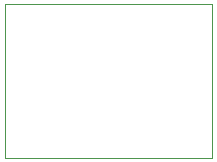
<source format=gbr>
%TF.GenerationSoftware,KiCad,Pcbnew,8.0.5*%
%TF.CreationDate,2025-09-24T17:00:46-05:00*%
%TF.ProjectId,Magnet PCB try2,4d61676e-6574-4205-9043-422074727932,rev?*%
%TF.SameCoordinates,Original*%
%TF.FileFunction,Profile,NP*%
%FSLAX46Y46*%
G04 Gerber Fmt 4.6, Leading zero omitted, Abs format (unit mm)*
G04 Created by KiCad (PCBNEW 8.0.5) date 2025-09-24 17:00:46*
%MOMM*%
%LPD*%
G01*
G04 APERTURE LIST*
%TA.AperFunction,Profile*%
%ADD10C,0.050000*%
%TD*%
G04 APERTURE END LIST*
D10*
X148900000Y-83400000D02*
X166400000Y-83400000D01*
X166400000Y-96400000D01*
X148900000Y-96400000D01*
X148900000Y-83400000D01*
M02*

</source>
